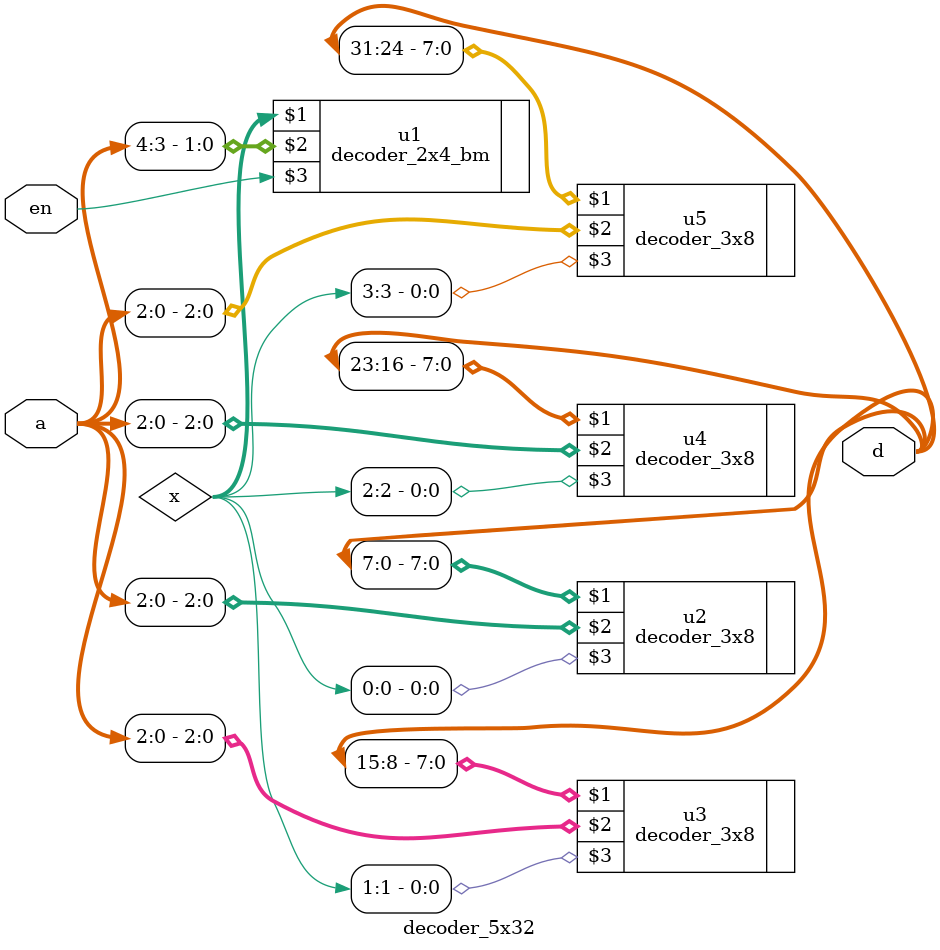
<source format=v>
`timescale 1ns / 1ps


module decoder_5x32(d,a,en);
input en;
input [4:0]a;
output [31:0]d;
wire [3:0]x;
decoder_2x4_bm u1 (x,a[4:3],en);
decoder_3x8 u2 (d[7:0],a[2:0],x[0]);
decoder_3x8 u3 (d[15:8],a[2:0],x[1]);
decoder_3x8 u4 (d[23:16],a[2:0],x[2]);
decoder_3x8 u5 (d[31:24],a[2:0],x[3]);
endmodule

</source>
